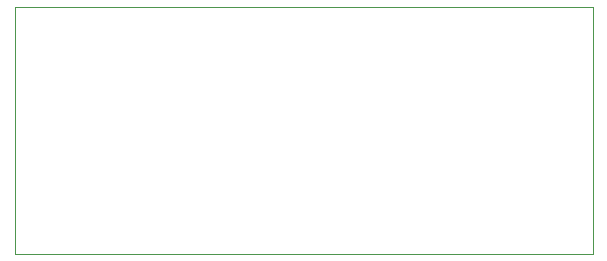
<source format=gbr>
G04 #@! TF.GenerationSoftware,KiCad,Pcbnew,6.0.9+dfsg-1*
G04 #@! TF.CreationDate,2022-11-16T11:07:50+08:00*
G04 #@! TF.ProjectId,io,696f2e6b-6963-4616-945f-706362585858,rev?*
G04 #@! TF.SameCoordinates,Original*
G04 #@! TF.FileFunction,Profile,NP*
%FSLAX46Y46*%
G04 Gerber Fmt 4.6, Leading zero omitted, Abs format (unit mm)*
G04 Created by KiCad (PCBNEW 6.0.9+dfsg-1) date 2022-11-16 11:07:50*
%MOMM*%
%LPD*%
G01*
G04 APERTURE LIST*
G04 #@! TA.AperFunction,Profile*
%ADD10C,0.100000*%
G04 #@! TD*
G04 APERTURE END LIST*
D10*
X182245000Y-93345000D02*
X133350000Y-93345000D01*
X182245000Y-72390000D02*
X182245000Y-93345000D01*
X133350000Y-93345000D02*
X133350000Y-72390000D01*
X133350000Y-72390000D02*
X182245000Y-72390000D01*
M02*

</source>
